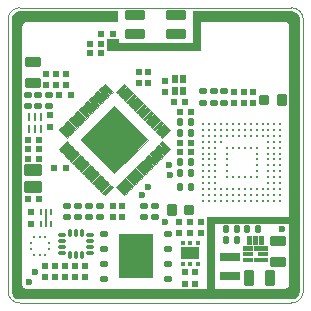
<source format=gts>
%TF.GenerationSoftware,KiCad,Pcbnew,9.0.1*%
%TF.CreationDate,2025-12-15T20:55:04-06:00*%
%TF.ProjectId,ProtoCore_v1,50726f74-6f43-46f7-9265-5f76312e6b69,rev?*%
%TF.SameCoordinates,Original*%
%TF.FileFunction,Soldermask,Top*%
%TF.FilePolarity,Negative*%
%FSLAX46Y46*%
G04 Gerber Fmt 4.6, Leading zero omitted, Abs format (unit mm)*
G04 Created by KiCad (PCBNEW 9.0.1) date 2025-12-15 20:55:04*
%MOMM*%
%LPD*%
G01*
G04 APERTURE LIST*
G04 Aperture macros list*
%AMRoundRect*
0 Rectangle with rounded corners*
0 $1 Rounding radius*
0 $2 $3 $4 $5 $6 $7 $8 $9 X,Y pos of 4 corners*
0 Add a 4 corners polygon primitive as box body*
4,1,4,$2,$3,$4,$5,$6,$7,$8,$9,$2,$3,0*
0 Add four circle primitives for the rounded corners*
1,1,$1+$1,$2,$3*
1,1,$1+$1,$4,$5*
1,1,$1+$1,$6,$7*
1,1,$1+$1,$8,$9*
0 Add four rect primitives between the rounded corners*
20,1,$1+$1,$2,$3,$4,$5,0*
20,1,$1+$1,$4,$5,$6,$7,0*
20,1,$1+$1,$6,$7,$8,$9,0*
20,1,$1+$1,$8,$9,$2,$3,0*%
G04 Aperture macros list end*
%ADD10C,0.000000*%
%ADD11C,0.010000*%
%ADD12C,0.100000*%
%ADD13R,0.580000X0.730000*%
%ADD14RoundRect,0.082500X-0.192500X0.197500X-0.192500X-0.197500X0.192500X-0.197500X0.192500X0.197500X0*%
%ADD15R,0.246234X0.804110*%
%ADD16R,0.246236X0.804111*%
%ADD17R,0.242472X0.804111*%
%ADD18R,0.246232X0.804111*%
%ADD19RoundRect,0.076500X0.243500X-0.178500X0.243500X0.178500X-0.243500X0.178500X-0.243500X-0.178500X0*%
%ADD20RoundRect,0.082500X0.197500X0.192500X-0.197500X0.192500X-0.197500X-0.192500X0.197500X-0.192500X0*%
%ADD21RoundRect,0.082500X0.192500X-0.197500X0.192500X0.197500X-0.192500X0.197500X-0.192500X-0.197500X0*%
%ADD22RoundRect,0.076500X-0.243500X0.178500X-0.243500X-0.178500X0.243500X-0.178500X0.243500X0.178500X0*%
%ADD23RoundRect,0.082500X-0.197500X-0.192500X0.197500X-0.192500X0.197500X0.192500X-0.197500X0.192500X0*%
%ADD24RoundRect,0.076500X0.178500X0.243500X-0.178500X0.243500X-0.178500X-0.243500X0.178500X-0.243500X0*%
%ADD25C,0.600000*%
%ADD26RoundRect,0.102000X-0.650000X0.375000X-0.650000X-0.375000X0.650000X-0.375000X0.650000X0.375000X0*%
%ADD27R,1.800000X0.800000*%
%ADD28C,0.290000*%
%ADD29RoundRect,0.125000X-0.250000X-0.125000X0.250000X-0.125000X0.250000X0.125000X-0.250000X0.125000X0*%
%ADD30R,3.000000X3.750000*%
%ADD31RoundRect,0.123750X-0.288750X-0.338750X0.288750X-0.338750X0.288750X0.338750X-0.288750X0.338750X0*%
%ADD32RoundRect,0.123750X-0.288750X-0.351250X0.288750X-0.351250X0.288750X0.351250X-0.288750X0.351250X0*%
%ADD33RoundRect,0.123750X0.288750X0.338750X-0.288750X0.338750X-0.288750X-0.338750X0.288750X-0.338750X0*%
%ADD34RoundRect,0.123750X0.288750X0.351250X-0.288750X0.351250X-0.288750X-0.351250X0.288750X-0.351250X0*%
%ADD35RoundRect,0.076500X-0.178500X-0.243500X0.178500X-0.243500X0.178500X0.243500X-0.178500X0.243500X0*%
%ADD36RoundRect,0.135000X0.540000X-0.315000X0.540000X0.315000X-0.540000X0.315000X-0.540000X-0.315000X0*%
%ADD37RoundRect,0.087500X-0.225000X-0.087500X0.225000X-0.087500X0.225000X0.087500X-0.225000X0.087500X0*%
%ADD38RoundRect,0.087500X-0.087500X-0.225000X0.087500X-0.225000X0.087500X0.225000X-0.087500X0.225000X0*%
%ADD39RoundRect,0.055000X-0.240000X-0.220000X0.240000X-0.220000X0.240000X0.220000X-0.240000X0.220000X0*%
%ADD40R,0.200000X0.600000*%
%ADD41R,0.200000X1.600000*%
%ADD42RoundRect,0.056250X0.143750X-0.131250X0.143750X0.131250X-0.143750X0.131250X-0.143750X-0.131250X0*%
%ADD43R,1.600000X1.000000*%
%ADD44R,0.275000X0.250000*%
%ADD45R,0.250000X0.275000*%
%ADD46RoundRect,0.135000X-0.540000X0.315000X-0.540000X-0.315000X0.540000X-0.315000X0.540000X0.315000X0*%
%ADD47RoundRect,0.135000X-0.315000X-0.540000X0.315000X-0.540000X0.315000X0.540000X-0.315000X0.540000X0*%
%ADD48RoundRect,0.102000X0.750000X0.300000X-0.750000X0.300000X-0.750000X-0.300000X0.750000X-0.300000X0*%
%TA.AperFunction,Profile*%
%ADD49C,0.100000*%
%TD*%
G04 APERTURE END LIST*
D10*
G36*
X146850000Y-88725000D02*
G01*
X142797500Y-88725000D01*
X139025000Y-88725000D01*
X138990000Y-88730000D01*
X138930000Y-88750000D01*
X138825000Y-88825000D01*
X138750000Y-88930000D01*
X138730000Y-88990000D01*
X138725000Y-89025000D01*
X138725000Y-110975000D01*
X138737642Y-111034148D01*
X138782912Y-111143440D01*
X138866560Y-111227088D01*
X138975852Y-111272358D01*
X139035000Y-111275000D01*
X160985000Y-111275000D01*
X161044148Y-111272358D01*
X161153440Y-111227088D01*
X161237088Y-111143440D01*
X161282358Y-111034148D01*
X161285000Y-110975000D01*
X161285000Y-89025000D01*
X161280000Y-88990000D01*
X161260000Y-88930000D01*
X161185000Y-88825000D01*
X161080000Y-88750000D01*
X161020000Y-88730000D01*
X160985000Y-88725000D01*
X153160000Y-88725000D01*
X153160000Y-87800000D01*
X161560000Y-87800000D01*
X161740000Y-87840000D01*
X161910000Y-87930000D01*
X162050000Y-88060000D01*
X162130000Y-88190000D01*
X162180000Y-88320000D01*
X162200000Y-88440000D01*
X162200000Y-111560000D01*
X162170000Y-111710000D01*
X162120000Y-111830000D01*
X162040000Y-111950000D01*
X161940000Y-112040000D01*
X161830000Y-112120000D01*
X161700000Y-112170000D01*
X161520000Y-112200000D01*
X138440000Y-112200000D01*
X138300000Y-112170000D01*
X138190000Y-112130000D01*
X138100000Y-112070000D01*
X138030000Y-112020000D01*
X137940000Y-111920000D01*
X137890000Y-111850000D01*
X137820000Y-111670000D01*
X137800000Y-111550000D01*
X137800000Y-88430000D01*
X137840000Y-88260000D01*
X137920000Y-88110000D01*
X138000000Y-88010000D01*
X138140000Y-87900000D01*
X138290000Y-87830000D01*
X138440000Y-87800000D01*
X146850000Y-87800000D01*
X146850000Y-88725000D01*
G37*
D11*
X153775000Y-91050000D02*
X146075000Y-91050000D01*
X146075000Y-90500000D01*
X153150000Y-90500000D01*
X153150000Y-88350000D01*
X153775000Y-88350000D01*
X153775000Y-91050000D01*
G36*
X153775000Y-91050000D02*
G01*
X146075000Y-91050000D01*
X146075000Y-90500000D01*
X153150000Y-90500000D01*
X153150000Y-88350000D01*
X153775000Y-88350000D01*
X153775000Y-91050000D01*
G37*
X146850000Y-91050000D02*
X145875000Y-91050000D01*
X145875000Y-90175000D01*
X146850000Y-90175000D01*
X146850000Y-91050000D01*
G36*
X146850000Y-91050000D02*
G01*
X145875000Y-91050000D01*
X145875000Y-90175000D01*
X146850000Y-90175000D01*
X146850000Y-91050000D01*
G37*
D12*
X161450000Y-105750000D02*
X154900000Y-105750347D01*
X154900000Y-111300000D01*
X154377476Y-111300000D01*
X154377476Y-105250000D01*
X161450000Y-105250000D01*
X161450000Y-105750000D01*
G36*
X161450000Y-105750000D02*
G01*
X154900000Y-105750347D01*
X154900000Y-111300000D01*
X154377476Y-111300000D01*
X154377476Y-105250000D01*
X161450000Y-105250000D01*
X161450000Y-105750000D01*
G37*
D11*
%TO.C,U1*%
X142685699Y-98294203D02*
X142459425Y-98520477D01*
X141794744Y-97855797D01*
X142021018Y-97629523D01*
X142685699Y-98294203D01*
G36*
X142685699Y-98294203D02*
G01*
X142459425Y-98520477D01*
X141794744Y-97855797D01*
X142021018Y-97629523D01*
X142685699Y-98294203D01*
G37*
X142968542Y-98011360D02*
X142742267Y-98237634D01*
X142077587Y-97572954D01*
X142303861Y-97346680D01*
X142968542Y-98011360D01*
G36*
X142968542Y-98011360D02*
G01*
X142742267Y-98237634D01*
X142077587Y-97572954D01*
X142303861Y-97346680D01*
X142968542Y-98011360D01*
G37*
X142685699Y-99036665D02*
X142021018Y-99701345D01*
X141794744Y-99475071D01*
X142459425Y-98810391D01*
X142685699Y-99036665D01*
G36*
X142685699Y-99036665D02*
G01*
X142021018Y-99701345D01*
X141794744Y-99475071D01*
X142459425Y-98810391D01*
X142685699Y-99036665D01*
G37*
X143251384Y-97728518D02*
X143025110Y-97954792D01*
X142360430Y-97290111D01*
X142586704Y-97063837D01*
X143251384Y-97728518D01*
G36*
X143251384Y-97728518D02*
G01*
X143025110Y-97954792D01*
X142360430Y-97290111D01*
X142586704Y-97063837D01*
X143251384Y-97728518D01*
G37*
X142968542Y-99319508D02*
X142303861Y-99984188D01*
X142077587Y-99757914D01*
X142742267Y-99093234D01*
X142968542Y-99319508D01*
G36*
X142968542Y-99319508D02*
G01*
X142303861Y-99984188D01*
X142077587Y-99757914D01*
X142742267Y-99093234D01*
X142968542Y-99319508D01*
G37*
X143534227Y-97445675D02*
X143307953Y-97671949D01*
X142643272Y-97007269D01*
X142869547Y-96780994D01*
X143534227Y-97445675D01*
G36*
X143534227Y-97445675D02*
G01*
X143307953Y-97671949D01*
X142643272Y-97007269D01*
X142869547Y-96780994D01*
X143534227Y-97445675D01*
G37*
X143251384Y-99602350D02*
X142586704Y-100267031D01*
X142360430Y-100040757D01*
X143025110Y-99376076D01*
X143251384Y-99602350D01*
G36*
X143251384Y-99602350D02*
G01*
X142586704Y-100267031D01*
X142360430Y-100040757D01*
X143025110Y-99376076D01*
X143251384Y-99602350D01*
G37*
X143817070Y-97162832D02*
X143590796Y-97389106D01*
X142926115Y-96724426D01*
X143152389Y-96498152D01*
X143817070Y-97162832D01*
G36*
X143817070Y-97162832D02*
G01*
X143590796Y-97389106D01*
X142926115Y-96724426D01*
X143152389Y-96498152D01*
X143817070Y-97162832D01*
G37*
X143534227Y-99885193D02*
X142869547Y-100549874D01*
X142643272Y-100323599D01*
X143307953Y-99658919D01*
X143534227Y-99885193D01*
G36*
X143534227Y-99885193D02*
G01*
X142869547Y-100549874D01*
X142643272Y-100323599D01*
X143307953Y-99658919D01*
X143534227Y-99885193D01*
G37*
X144099912Y-96879989D02*
X143873638Y-97106264D01*
X143208958Y-96441583D01*
X143435232Y-96215309D01*
X144099912Y-96879989D01*
G36*
X144099912Y-96879989D02*
G01*
X143873638Y-97106264D01*
X143208958Y-96441583D01*
X143435232Y-96215309D01*
X144099912Y-96879989D01*
G37*
X143817070Y-100168036D02*
X143152389Y-100832716D01*
X142926115Y-100606442D01*
X143590796Y-99941762D01*
X143817070Y-100168036D01*
G36*
X143817070Y-100168036D02*
G01*
X143152389Y-100832716D01*
X142926115Y-100606442D01*
X143590796Y-99941762D01*
X143817070Y-100168036D01*
G37*
X144382755Y-96597147D02*
X144156481Y-96823421D01*
X143491801Y-96158740D01*
X143718075Y-95932466D01*
X144382755Y-96597147D01*
G36*
X144382755Y-96597147D02*
G01*
X144156481Y-96823421D01*
X143491801Y-96158740D01*
X143718075Y-95932466D01*
X144382755Y-96597147D01*
G37*
X144099912Y-100450879D02*
X143435232Y-101115559D01*
X143208958Y-100889285D01*
X143873638Y-100224604D01*
X144099912Y-100450879D01*
G36*
X144099912Y-100450879D02*
G01*
X143435232Y-101115559D01*
X143208958Y-100889285D01*
X143873638Y-100224604D01*
X144099912Y-100450879D01*
G37*
X144665598Y-96314304D02*
X144439324Y-96540578D01*
X143774643Y-95875898D01*
X144000917Y-95649624D01*
X144665598Y-96314304D01*
G36*
X144665598Y-96314304D02*
G01*
X144439324Y-96540578D01*
X143774643Y-95875898D01*
X144000917Y-95649624D01*
X144665598Y-96314304D01*
G37*
X144382755Y-100733721D02*
X143718075Y-101398402D01*
X143491801Y-101172128D01*
X144156481Y-100507447D01*
X144382755Y-100733721D01*
G36*
X144382755Y-100733721D02*
G01*
X143718075Y-101398402D01*
X143491801Y-101172128D01*
X144156481Y-100507447D01*
X144382755Y-100733721D01*
G37*
X144948441Y-96031461D02*
X144722166Y-96257735D01*
X144057486Y-95593055D01*
X144283760Y-95366781D01*
X144948441Y-96031461D01*
G36*
X144948441Y-96031461D02*
G01*
X144722166Y-96257735D01*
X144057486Y-95593055D01*
X144283760Y-95366781D01*
X144948441Y-96031461D01*
G37*
X144665598Y-101016564D02*
X144000917Y-101681244D01*
X143774643Y-101454970D01*
X144439324Y-100790290D01*
X144665598Y-101016564D01*
G36*
X144665598Y-101016564D02*
G01*
X144000917Y-101681244D01*
X143774643Y-101454970D01*
X144439324Y-100790290D01*
X144665598Y-101016564D01*
G37*
X145231283Y-95748619D02*
X145005009Y-95974893D01*
X144340329Y-95310212D01*
X144566603Y-95083938D01*
X145231283Y-95748619D01*
G36*
X145231283Y-95748619D02*
G01*
X145005009Y-95974893D01*
X144340329Y-95310212D01*
X144566603Y-95083938D01*
X145231283Y-95748619D01*
G37*
X144948441Y-101299407D02*
X144283760Y-101964087D01*
X144057486Y-101737813D01*
X144722166Y-101073133D01*
X144948441Y-101299407D01*
G36*
X144948441Y-101299407D02*
G01*
X144283760Y-101964087D01*
X144057486Y-101737813D01*
X144722166Y-101073133D01*
X144948441Y-101299407D01*
G37*
X145514126Y-95465776D02*
X145287852Y-95692050D01*
X144623171Y-95027370D01*
X144849446Y-94801095D01*
X145514126Y-95465776D01*
G36*
X145514126Y-95465776D02*
G01*
X145287852Y-95692050D01*
X144623171Y-95027370D01*
X144849446Y-94801095D01*
X145514126Y-95465776D01*
G37*
X145231283Y-101582249D02*
X144566603Y-102246930D01*
X144340329Y-102020656D01*
X145005009Y-101355975D01*
X145231283Y-101582249D01*
G36*
X145231283Y-101582249D02*
G01*
X144566603Y-102246930D01*
X144340329Y-102020656D01*
X145005009Y-101355975D01*
X145231283Y-101582249D01*
G37*
X145796969Y-95182933D02*
X145570695Y-95409207D01*
X144906014Y-94744527D01*
X145132288Y-94518253D01*
X145796969Y-95182933D01*
G36*
X145796969Y-95182933D02*
G01*
X145570695Y-95409207D01*
X144906014Y-94744527D01*
X145132288Y-94518253D01*
X145796969Y-95182933D01*
G37*
X145514126Y-101865092D02*
X144849446Y-102529773D01*
X144623171Y-102303498D01*
X145287852Y-101638818D01*
X145514126Y-101865092D01*
G36*
X145514126Y-101865092D02*
G01*
X144849446Y-102529773D01*
X144623171Y-102303498D01*
X145287852Y-101638818D01*
X145514126Y-101865092D01*
G37*
X146079811Y-94900090D02*
X145853537Y-95126365D01*
X145188857Y-94461684D01*
X145415131Y-94235410D01*
X146079811Y-94900090D01*
G36*
X146079811Y-94900090D02*
G01*
X145853537Y-95126365D01*
X145188857Y-94461684D01*
X145415131Y-94235410D01*
X146079811Y-94900090D01*
G37*
X145796969Y-102147935D02*
X145132288Y-102812615D01*
X144906014Y-102586341D01*
X145570695Y-101921661D01*
X145796969Y-102147935D01*
G36*
X145796969Y-102147935D02*
G01*
X145132288Y-102812615D01*
X144906014Y-102586341D01*
X145570695Y-101921661D01*
X145796969Y-102147935D01*
G37*
X146362654Y-94617248D02*
X146136380Y-94843522D01*
X145471700Y-94178841D01*
X145697974Y-93952567D01*
X146362654Y-94617248D01*
G36*
X146362654Y-94617248D02*
G01*
X146136380Y-94843522D01*
X145471700Y-94178841D01*
X145697974Y-93952567D01*
X146362654Y-94617248D01*
G37*
X146079811Y-102430778D02*
X145415131Y-103095458D01*
X145188857Y-102869184D01*
X145853537Y-102204503D01*
X146079811Y-102430778D01*
G36*
X146079811Y-102430778D02*
G01*
X145415131Y-103095458D01*
X145188857Y-102869184D01*
X145853537Y-102204503D01*
X146079811Y-102430778D01*
G37*
X146362654Y-102713620D02*
X145697974Y-103378301D01*
X145471700Y-103152027D01*
X146136380Y-102487346D01*
X146362654Y-102713620D01*
G36*
X146362654Y-102713620D02*
G01*
X145697974Y-103378301D01*
X145471700Y-103152027D01*
X146136380Y-102487346D01*
X146362654Y-102713620D01*
G37*
X149336038Y-98665434D02*
X146507611Y-101493861D01*
X143679184Y-98665434D01*
X146507611Y-95837007D01*
X149336038Y-98665434D01*
G36*
X149336038Y-98665434D02*
G01*
X146507611Y-101493861D01*
X143679184Y-98665434D01*
X146507611Y-95837007D01*
X149336038Y-98665434D01*
G37*
X147543522Y-103152027D02*
X147317248Y-103378301D01*
X146652568Y-102713620D01*
X146878842Y-102487346D01*
X147543522Y-103152027D01*
G36*
X147543522Y-103152027D02*
G01*
X147317248Y-103378301D01*
X146652568Y-102713620D01*
X146878842Y-102487346D01*
X147543522Y-103152027D01*
G37*
X147826365Y-102869184D02*
X147600091Y-103095458D01*
X146935411Y-102430778D01*
X147161685Y-102204503D01*
X147826365Y-102869184D01*
G36*
X147826365Y-102869184D02*
G01*
X147600091Y-103095458D01*
X146935411Y-102430778D01*
X147161685Y-102204503D01*
X147826365Y-102869184D01*
G37*
X147543522Y-94178841D02*
X146878842Y-94843522D01*
X146652568Y-94617248D01*
X147317248Y-93952567D01*
X147543522Y-94178841D01*
G36*
X147543522Y-94178841D02*
G01*
X146878842Y-94843522D01*
X146652568Y-94617248D01*
X147317248Y-93952567D01*
X147543522Y-94178841D01*
G37*
X148109208Y-102586341D02*
X147882934Y-102812615D01*
X147218253Y-102147935D01*
X147444527Y-101921661D01*
X148109208Y-102586341D01*
G36*
X148109208Y-102586341D02*
G01*
X147882934Y-102812615D01*
X147218253Y-102147935D01*
X147444527Y-101921661D01*
X148109208Y-102586341D01*
G37*
X147826365Y-94461684D02*
X147161685Y-95126365D01*
X146935411Y-94900090D01*
X147600091Y-94235410D01*
X147826365Y-94461684D01*
G36*
X147826365Y-94461684D02*
G01*
X147161685Y-95126365D01*
X146935411Y-94900090D01*
X147600091Y-94235410D01*
X147826365Y-94461684D01*
G37*
X148392051Y-102303498D02*
X148165776Y-102529773D01*
X147501096Y-101865092D01*
X147727370Y-101638818D01*
X148392051Y-102303498D01*
G36*
X148392051Y-102303498D02*
G01*
X148165776Y-102529773D01*
X147501096Y-101865092D01*
X147727370Y-101638818D01*
X148392051Y-102303498D01*
G37*
X148109208Y-94744527D02*
X147444527Y-95409207D01*
X147218253Y-95182933D01*
X147882934Y-94518253D01*
X148109208Y-94744527D01*
G36*
X148109208Y-94744527D02*
G01*
X147444527Y-95409207D01*
X147218253Y-95182933D01*
X147882934Y-94518253D01*
X148109208Y-94744527D01*
G37*
X148674893Y-102020656D02*
X148448619Y-102246930D01*
X147783939Y-101582249D01*
X148010213Y-101355975D01*
X148674893Y-102020656D01*
G36*
X148674893Y-102020656D02*
G01*
X148448619Y-102246930D01*
X147783939Y-101582249D01*
X148010213Y-101355975D01*
X148674893Y-102020656D01*
G37*
X148392051Y-95027370D02*
X147727370Y-95692050D01*
X147501096Y-95465776D01*
X148165776Y-94801095D01*
X148392051Y-95027370D01*
G36*
X148392051Y-95027370D02*
G01*
X147727370Y-95692050D01*
X147501096Y-95465776D01*
X148165776Y-94801095D01*
X148392051Y-95027370D01*
G37*
X148957736Y-101737813D02*
X148731462Y-101964087D01*
X148066781Y-101299407D01*
X148293056Y-101073133D01*
X148957736Y-101737813D01*
G36*
X148957736Y-101737813D02*
G01*
X148731462Y-101964087D01*
X148066781Y-101299407D01*
X148293056Y-101073133D01*
X148957736Y-101737813D01*
G37*
X148674893Y-95310212D02*
X148010213Y-95974893D01*
X147783939Y-95748619D01*
X148448619Y-95083938D01*
X148674893Y-95310212D01*
G36*
X148674893Y-95310212D02*
G01*
X148010213Y-95974893D01*
X147783939Y-95748619D01*
X148448619Y-95083938D01*
X148674893Y-95310212D01*
G37*
X149240579Y-101454970D02*
X149014305Y-101681244D01*
X148349624Y-101016564D01*
X148575898Y-100790290D01*
X149240579Y-101454970D01*
G36*
X149240579Y-101454970D02*
G01*
X149014305Y-101681244D01*
X148349624Y-101016564D01*
X148575898Y-100790290D01*
X149240579Y-101454970D01*
G37*
X148957736Y-95593055D02*
X148293056Y-96257735D01*
X148066781Y-96031461D01*
X148731462Y-95366781D01*
X148957736Y-95593055D01*
G36*
X148957736Y-95593055D02*
G01*
X148293056Y-96257735D01*
X148066781Y-96031461D01*
X148731462Y-95366781D01*
X148957736Y-95593055D01*
G37*
X149523421Y-101172128D02*
X149297147Y-101398402D01*
X148632467Y-100733721D01*
X148858741Y-100507447D01*
X149523421Y-101172128D01*
G36*
X149523421Y-101172128D02*
G01*
X149297147Y-101398402D01*
X148632467Y-100733721D01*
X148858741Y-100507447D01*
X149523421Y-101172128D01*
G37*
X149240579Y-95875898D02*
X148575898Y-96540578D01*
X148349624Y-96314304D01*
X149014305Y-95649624D01*
X149240579Y-95875898D01*
G36*
X149240579Y-95875898D02*
G01*
X148575898Y-96540578D01*
X148349624Y-96314304D01*
X149014305Y-95649624D01*
X149240579Y-95875898D01*
G37*
X149806264Y-100889285D02*
X149579990Y-101115559D01*
X148915310Y-100450879D01*
X149141584Y-100224604D01*
X149806264Y-100889285D01*
G36*
X149806264Y-100889285D02*
G01*
X149579990Y-101115559D01*
X148915310Y-100450879D01*
X149141584Y-100224604D01*
X149806264Y-100889285D01*
G37*
X149523421Y-96158740D02*
X148858741Y-96823421D01*
X148632467Y-96597147D01*
X149297147Y-95932466D01*
X149523421Y-96158740D01*
G36*
X149523421Y-96158740D02*
G01*
X148858741Y-96823421D01*
X148632467Y-96597147D01*
X149297147Y-95932466D01*
X149523421Y-96158740D01*
G37*
X150089107Y-100606442D02*
X149862833Y-100832716D01*
X149198152Y-100168036D01*
X149424426Y-99941762D01*
X150089107Y-100606442D01*
G36*
X150089107Y-100606442D02*
G01*
X149862833Y-100832716D01*
X149198152Y-100168036D01*
X149424426Y-99941762D01*
X150089107Y-100606442D01*
G37*
X149806264Y-96441583D02*
X149141584Y-97106264D01*
X148915310Y-96879989D01*
X149579990Y-96215309D01*
X149806264Y-96441583D01*
G36*
X149806264Y-96441583D02*
G01*
X149141584Y-97106264D01*
X148915310Y-96879989D01*
X149579990Y-96215309D01*
X149806264Y-96441583D01*
G37*
X150371950Y-100323599D02*
X150145675Y-100549874D01*
X149480995Y-99885193D01*
X149707269Y-99658919D01*
X150371950Y-100323599D01*
G36*
X150371950Y-100323599D02*
G01*
X150145675Y-100549874D01*
X149480995Y-99885193D01*
X149707269Y-99658919D01*
X150371950Y-100323599D01*
G37*
X150089107Y-96724426D02*
X149424426Y-97389106D01*
X149198152Y-97162832D01*
X149862833Y-96498152D01*
X150089107Y-96724426D01*
G36*
X150089107Y-96724426D02*
G01*
X149424426Y-97389106D01*
X149198152Y-97162832D01*
X149862833Y-96498152D01*
X150089107Y-96724426D01*
G37*
X150654792Y-100040757D02*
X150428518Y-100267031D01*
X149763838Y-99602350D01*
X149990112Y-99376076D01*
X150654792Y-100040757D01*
G36*
X150654792Y-100040757D02*
G01*
X150428518Y-100267031D01*
X149763838Y-99602350D01*
X149990112Y-99376076D01*
X150654792Y-100040757D01*
G37*
X150371950Y-97007269D02*
X149707269Y-97671949D01*
X149480995Y-97445675D01*
X150145675Y-96780994D01*
X150371950Y-97007269D01*
G36*
X150371950Y-97007269D02*
G01*
X149707269Y-97671949D01*
X149480995Y-97445675D01*
X150145675Y-96780994D01*
X150371950Y-97007269D01*
G37*
X150937635Y-99757914D02*
X150711361Y-99984188D01*
X150046680Y-99319508D01*
X150272955Y-99093234D01*
X150937635Y-99757914D01*
G36*
X150937635Y-99757914D02*
G01*
X150711361Y-99984188D01*
X150046680Y-99319508D01*
X150272955Y-99093234D01*
X150937635Y-99757914D01*
G37*
X150654792Y-97290111D02*
X149990112Y-97954792D01*
X149763838Y-97728518D01*
X150428518Y-97063837D01*
X150654792Y-97290111D01*
G36*
X150654792Y-97290111D02*
G01*
X149990112Y-97954792D01*
X149763838Y-97728518D01*
X150428518Y-97063837D01*
X150654792Y-97290111D01*
G37*
X151220478Y-99475071D02*
X150994204Y-99701345D01*
X150329523Y-99036665D01*
X150555797Y-98810391D01*
X151220478Y-99475071D01*
G36*
X151220478Y-99475071D02*
G01*
X150994204Y-99701345D01*
X150329523Y-99036665D01*
X150555797Y-98810391D01*
X151220478Y-99475071D01*
G37*
X150937635Y-97572954D02*
X150272955Y-98237634D01*
X150046680Y-98011360D01*
X150711361Y-97346680D01*
X150937635Y-97572954D01*
G36*
X150937635Y-97572954D02*
G01*
X150272955Y-98237634D01*
X150046680Y-98011360D01*
X150711361Y-97346680D01*
X150937635Y-97572954D01*
G37*
X151220478Y-97855797D02*
X150555797Y-98520477D01*
X150329523Y-98294203D01*
X150994204Y-97629523D01*
X151220478Y-97855797D01*
G36*
X151220478Y-97855797D02*
G01*
X150555797Y-98520477D01*
X150329523Y-98294203D01*
X150994204Y-97629523D01*
X151220478Y-97855797D01*
G37*
%TO.C,U2*%
X158175000Y-107975000D02*
X157425000Y-107975000D01*
X157425000Y-107675000D01*
X158175000Y-107675000D01*
X158175000Y-107975000D01*
G36*
X158175000Y-107975000D02*
G01*
X157425000Y-107975000D01*
X157425000Y-107675000D01*
X158175000Y-107675000D01*
X158175000Y-107975000D01*
G37*
X158175000Y-108475000D02*
X157425000Y-108475000D01*
X157425000Y-108175000D01*
X158175000Y-108175000D01*
X158175000Y-108475000D01*
G36*
X158175000Y-108475000D02*
G01*
X157425000Y-108475000D01*
X157425000Y-108175000D01*
X158175000Y-108175000D01*
X158175000Y-108475000D01*
G37*
X158175000Y-108975000D02*
X157425000Y-108975000D01*
X157425000Y-108675000D01*
X158175000Y-108675000D01*
X158175000Y-108975000D01*
G36*
X158175000Y-108975000D02*
G01*
X157425000Y-108975000D01*
X157425000Y-108675000D01*
X158175000Y-108675000D01*
X158175000Y-108975000D01*
G37*
X158100000Y-107475000D02*
X157750000Y-107475000D01*
X157750000Y-106825000D01*
X158100000Y-106825000D01*
X158100000Y-107475000D01*
G36*
X158100000Y-107475000D02*
G01*
X157750000Y-107475000D01*
X157750000Y-106825000D01*
X158100000Y-106825000D01*
X158100000Y-107475000D01*
G37*
X158600000Y-107475000D02*
X158250000Y-107475000D01*
X158250000Y-106825000D01*
X158600000Y-106825000D01*
X158600000Y-107475000D01*
G36*
X158600000Y-107475000D02*
G01*
X158250000Y-107475000D01*
X158250000Y-106825000D01*
X158600000Y-106825000D01*
X158600000Y-107475000D01*
G37*
X159425000Y-107975000D02*
X158325000Y-107975000D01*
X158325000Y-107675000D01*
X159425000Y-107675000D01*
X159425000Y-107975000D01*
G36*
X159425000Y-107975000D02*
G01*
X158325000Y-107975000D01*
X158325000Y-107675000D01*
X159425000Y-107675000D01*
X159425000Y-107975000D01*
G37*
X159425000Y-108975000D02*
X158325000Y-108975000D01*
X158325000Y-108675000D01*
X159425000Y-108675000D01*
X159425000Y-108975000D01*
G36*
X159425000Y-108975000D02*
G01*
X158325000Y-108975000D01*
X158325000Y-108675000D01*
X159425000Y-108675000D01*
X159425000Y-108975000D01*
G37*
X159425000Y-108475000D02*
X158675000Y-108475000D01*
X158675000Y-108175000D01*
X159425000Y-108175000D01*
X159425000Y-108475000D01*
G36*
X159425000Y-108475000D02*
G01*
X158675000Y-108475000D01*
X158675000Y-108175000D01*
X159425000Y-108175000D01*
X159425000Y-108475000D01*
G37*
X159100000Y-107475000D02*
X158750000Y-107475000D01*
X158750000Y-106825000D01*
X159100000Y-106825000D01*
X159100000Y-107475000D01*
G36*
X159100000Y-107475000D02*
G01*
X158750000Y-107475000D01*
X158750000Y-106825000D01*
X159100000Y-106825000D01*
X159100000Y-107475000D01*
G37*
%TD*%
D13*
%TO.C,Y2*%
X151650000Y-93512500D03*
X151650000Y-94512500D03*
X152350000Y-94512500D03*
X152350000Y-93512500D03*
%TD*%
D14*
%TO.C,C37*%
X143175000Y-109327500D03*
X143175000Y-110287500D03*
%TD*%
D15*
%TO.C,U4*%
X139261883Y-97775444D03*
D16*
X139761882Y-97775444D03*
D17*
X140259999Y-97775444D03*
D16*
X140261881Y-96729556D03*
X139761882Y-96729556D03*
D18*
X139261884Y-96729556D03*
%TD*%
D19*
%TO.C,R4*%
X143400000Y-105240000D03*
X143400000Y-104250000D03*
%TD*%
D20*
%TO.C,C31*%
X153025000Y-98950000D03*
X152065000Y-98950000D03*
%TD*%
D14*
%TO.C,C3*%
X150790000Y-93712500D03*
X150790000Y-94672500D03*
%TD*%
D21*
%TO.C,C26*%
X151975000Y-106575000D03*
X151975000Y-105615000D03*
%TD*%
D22*
%TO.C,R7*%
X154000000Y-94580000D03*
X154000000Y-95570000D03*
%TD*%
D14*
%TO.C,C40*%
X141469098Y-109327500D03*
X141469098Y-110287500D03*
%TD*%
D23*
%TO.C,C9*%
X152040000Y-96350000D03*
X153000000Y-96350000D03*
%TD*%
D14*
%TO.C,C25*%
X139425000Y-104825000D03*
X139425000Y-105785000D03*
%TD*%
D24*
%TO.C,R22*%
X153015000Y-98100000D03*
X152025000Y-98100000D03*
%TD*%
D19*
%TO.C,R3*%
X142475000Y-105240000D03*
X142475000Y-104250000D03*
%TD*%
D22*
%TO.C,R15*%
X139180000Y-94860000D03*
X139180000Y-95850000D03*
%TD*%
D14*
%TO.C,C11*%
X147175000Y-104265000D03*
X147175000Y-105225000D03*
%TD*%
D25*
%TO.C,TP9*%
X149375000Y-102700000D03*
%TD*%
D26*
%TO.C,Y1*%
X139625000Y-101250002D03*
X139625000Y-102700000D03*
%TD*%
D24*
%TO.C,R13*%
X156915000Y-107175000D03*
X155925000Y-107175000D03*
%TD*%
D21*
%TO.C,C5*%
X141575000Y-94075000D03*
X141575000Y-93115000D03*
%TD*%
%TO.C,C29*%
X156650000Y-95575000D03*
X156650000Y-94615000D03*
%TD*%
D27*
%TO.C,L3*%
X156275000Y-108625001D03*
X156275000Y-110224999D03*
%TD*%
D23*
%TO.C,C13*%
X139165000Y-103675000D03*
X140125000Y-103675000D03*
%TD*%
D19*
%TO.C,R11*%
X149975000Y-105240000D03*
X149975000Y-104250000D03*
%TD*%
D21*
%TO.C,C8*%
X142400000Y-94075000D03*
X142400000Y-93115000D03*
%TD*%
D28*
%TO.C,U7*%
X154050000Y-97350000D03*
X154550000Y-97350000D03*
X155050000Y-97350000D03*
X155550000Y-97350000D03*
X156050000Y-97350000D03*
X156550000Y-97350000D03*
X157050000Y-97350000D03*
X158050000Y-97350000D03*
X158550000Y-97350000D03*
X159050000Y-97350000D03*
X159550000Y-97350000D03*
X160050000Y-97350000D03*
X160550000Y-97350000D03*
X154050000Y-97850000D03*
X154550000Y-97850000D03*
X155050000Y-97850000D03*
X155550000Y-97850000D03*
X156050000Y-97850000D03*
X156550000Y-97850000D03*
X157550000Y-97850000D03*
X158050000Y-97850000D03*
X158550000Y-97850000D03*
X159050000Y-97850000D03*
X159550000Y-97850000D03*
X160050000Y-97850000D03*
X160550000Y-97850000D03*
X154050000Y-98350000D03*
X154550000Y-98350000D03*
X155050000Y-98350000D03*
X155550000Y-98350000D03*
X156050000Y-98350000D03*
X156550000Y-98350000D03*
X157050000Y-97850000D03*
X157550000Y-97350000D03*
X157050000Y-98350000D03*
X157550000Y-98350000D03*
X158050000Y-98350000D03*
X158550000Y-98350000D03*
X159050000Y-98350000D03*
X159550000Y-98350000D03*
X160050000Y-98350000D03*
X160550000Y-98350000D03*
X154050000Y-98850000D03*
X154550000Y-98850000D03*
X155050000Y-98850000D03*
X155550000Y-98850000D03*
X159550000Y-98850000D03*
X160050000Y-98850000D03*
X160550000Y-98850000D03*
X154050000Y-99350000D03*
X154550000Y-99350000D03*
X155050000Y-99350000D03*
X156050000Y-99350000D03*
X156550000Y-99350000D03*
X157050000Y-99350000D03*
X157550000Y-99350000D03*
X158050000Y-99350000D03*
X158550000Y-99350000D03*
X159550000Y-99350000D03*
X160050000Y-99350000D03*
X160550000Y-99350000D03*
X154050000Y-99850000D03*
X154550000Y-99850000D03*
X155050000Y-99850000D03*
X156050000Y-99850000D03*
X158550000Y-99850000D03*
X159550000Y-99850000D03*
X160050000Y-99850000D03*
X160550000Y-99850000D03*
X154050000Y-100350000D03*
X154550000Y-100350000D03*
X155050000Y-100350000D03*
X156050000Y-100350000D03*
X158550000Y-100350000D03*
X159550000Y-100350000D03*
X160050000Y-100350000D03*
X160550000Y-100350000D03*
X154050000Y-100850000D03*
X154550000Y-100850000D03*
X155050000Y-100850000D03*
X156050000Y-100850000D03*
X158550000Y-100850000D03*
X159550000Y-100850000D03*
X160050000Y-100850000D03*
X160550000Y-100850000D03*
X156050000Y-101350000D03*
X158550000Y-101350000D03*
X159550000Y-101350000D03*
X160050000Y-101350000D03*
X160550000Y-101350000D03*
X154050000Y-101350000D03*
X154550000Y-101350000D03*
X155050000Y-101350000D03*
X156050000Y-101850000D03*
X156550000Y-101850000D03*
X157050000Y-101850000D03*
X157550000Y-101850000D03*
X158050000Y-101850000D03*
X158550000Y-101850000D03*
X159550000Y-101850000D03*
X160050000Y-101850000D03*
X160550000Y-101850000D03*
X159550000Y-102350000D03*
X160050000Y-102350000D03*
X160550000Y-102350000D03*
X154050000Y-102850000D03*
X154550000Y-102850000D03*
X155050000Y-102850000D03*
X155550000Y-102850000D03*
X154050000Y-102350000D03*
X154550000Y-102350000D03*
X155050000Y-102350000D03*
X156050000Y-102850000D03*
X154050000Y-101850000D03*
X154550000Y-101850000D03*
X155050000Y-101850000D03*
X156550000Y-102850000D03*
X157050000Y-102850000D03*
X157550000Y-102850000D03*
X158050000Y-102850000D03*
X158550000Y-102850000D03*
X159050000Y-102850000D03*
X159550000Y-102850000D03*
X160050000Y-102850000D03*
X160550000Y-102850000D03*
X154050000Y-103350000D03*
X154050000Y-103850000D03*
X154550000Y-103350000D03*
X155050000Y-103350000D03*
X155550000Y-103350000D03*
X156050000Y-103350000D03*
X156550000Y-103350000D03*
X157050000Y-103350000D03*
X157550000Y-103350000D03*
X158050000Y-103350000D03*
X158550000Y-103350000D03*
X159050000Y-103350000D03*
X159550000Y-103350000D03*
X160050000Y-103350000D03*
X160550000Y-103350000D03*
X154550000Y-103850000D03*
X155050000Y-103850000D03*
X155550000Y-103850000D03*
X156050000Y-103850000D03*
X156550000Y-103850000D03*
X157050000Y-103850000D03*
X157550000Y-103850000D03*
X158050000Y-103850000D03*
X158550000Y-103850000D03*
X159050000Y-103850000D03*
X159550000Y-103850000D03*
X160050000Y-103850000D03*
X160550000Y-103850000D03*
%TD*%
D20*
%TO.C,C15*%
X145400000Y-90530000D03*
X144440000Y-90530000D03*
%TD*%
D21*
%TO.C,C4*%
X140750000Y-94075000D03*
X140750000Y-93115000D03*
%TD*%
D25*
%TO.C,TP15*%
X151225000Y-101700000D03*
%TD*%
D29*
%TO.C,U6*%
X145650000Y-106645000D03*
X145650000Y-107915000D03*
X145650000Y-109185000D03*
X145650000Y-110455000D03*
X151050000Y-110455000D03*
X151050000Y-109185000D03*
X151050000Y-107915000D03*
X151050000Y-106645000D03*
D30*
X148350000Y-108550000D03*
%TD*%
D25*
%TO.C,TP8*%
X148875000Y-103375000D03*
%TD*%
D20*
%TO.C,C10*%
X142375000Y-101050000D03*
X141415000Y-101050000D03*
%TD*%
D14*
%TO.C,C39*%
X140619098Y-109327500D03*
X140619098Y-110287500D03*
%TD*%
D21*
%TO.C,C7*%
X149350000Y-93910000D03*
X149350000Y-92950000D03*
%TD*%
D31*
%TO.C,C27*%
X159200000Y-95337500D03*
D32*
X160675000Y-95350000D03*
%TD*%
D33*
%TO.C,C34*%
X152825000Y-104625000D03*
D34*
X151350000Y-104612500D03*
%TD*%
D25*
%TO.C,TP19*%
X139825000Y-109850000D03*
%TD*%
D20*
%TO.C,C33*%
X153025000Y-99750000D03*
X152065000Y-99750000D03*
%TD*%
D35*
%TO.C,R17*%
X152025000Y-102700000D03*
X153015000Y-102700000D03*
%TD*%
D36*
%TO.C,C1*%
X139575000Y-93900000D03*
X139575000Y-92100000D03*
%TD*%
D14*
%TO.C,C6*%
X146350000Y-104265000D03*
X146350000Y-105225000D03*
%TD*%
D23*
%TO.C,C24*%
X139160000Y-98670000D03*
X140120000Y-98670000D03*
%TD*%
%TO.C,C23*%
X139160000Y-99470000D03*
X140120000Y-99470000D03*
%TD*%
D22*
%TO.C,R9*%
X149050000Y-104250000D03*
X149050000Y-105240000D03*
%TD*%
D35*
%TO.C,R8*%
X152025000Y-101475000D03*
X153015000Y-101475000D03*
%TD*%
D25*
%TO.C,TP18*%
X150800000Y-105675000D03*
%TD*%
D14*
%TO.C,C35*%
X144025000Y-109327500D03*
X144025000Y-110287500D03*
%TD*%
D21*
%TO.C,C38*%
X157450000Y-95575000D03*
X157450000Y-94615000D03*
%TD*%
D14*
%TO.C,C22*%
X141020000Y-96600000D03*
X141020000Y-97560000D03*
%TD*%
D21*
%TO.C,C18*%
X152900000Y-106575000D03*
X152900000Y-105615000D03*
%TD*%
D37*
%TO.C,U8*%
X142087500Y-106762500D03*
X142087500Y-107262500D03*
X142087500Y-107762500D03*
X142087500Y-108262500D03*
D38*
X142750000Y-108425000D03*
X143250000Y-108425000D03*
X143750000Y-108425000D03*
D37*
X144412500Y-108262500D03*
X144412500Y-107762500D03*
X144412500Y-107262500D03*
X144412500Y-106762500D03*
D38*
X143750000Y-106600000D03*
X143250000Y-106600000D03*
X142750000Y-106600000D03*
%TD*%
D39*
%TO.C,L1*%
X141825000Y-94850000D03*
X142795000Y-94850000D03*
%TD*%
D14*
%TO.C,C21*%
X152525000Y-109915000D03*
X152525000Y-110875000D03*
%TD*%
D22*
%TO.C,R5*%
X144325000Y-104250000D03*
X144325000Y-105240000D03*
%TD*%
D14*
%TO.C,C28*%
X142319098Y-109327500D03*
X142319098Y-110287500D03*
%TD*%
D24*
%TO.C,R12*%
X156915000Y-106250000D03*
X155925000Y-106250000D03*
%TD*%
D21*
%TO.C,C12*%
X148550000Y-93910000D03*
X148550000Y-92950000D03*
%TD*%
D22*
%TO.C,R14*%
X140080000Y-94860000D03*
X140080000Y-95850000D03*
%TD*%
D40*
%TO.C,U5*%
X140300000Y-105812500D03*
D41*
X140700000Y-105312500D03*
D40*
X141100000Y-105812500D03*
X141100000Y-104812500D03*
X140300000Y-104812500D03*
%TD*%
D22*
%TO.C,R1*%
X140970000Y-94860000D03*
X140970000Y-95850000D03*
%TD*%
D20*
%TO.C,C16*%
X145410000Y-91350000D03*
X144450000Y-91350000D03*
%TD*%
D23*
%TO.C,C2*%
X139165000Y-100275000D03*
X140125000Y-100275000D03*
%TD*%
D39*
%TO.C,L2*%
X145410000Y-89700000D03*
X146380000Y-89700000D03*
%TD*%
D25*
%TO.C,TP11*%
X160675000Y-106225000D03*
%TD*%
%TO.C,TP20*%
X139300000Y-110725000D03*
%TD*%
D23*
%TO.C,C14*%
X151521250Y-95443750D03*
X152481250Y-95443750D03*
%TD*%
D42*
%TO.C,U3*%
X152275000Y-109187500D03*
X152925000Y-109187500D03*
X153575000Y-109187500D03*
X153575000Y-107412500D03*
X152925000Y-107412500D03*
X152275000Y-107412500D03*
D43*
X152925000Y-108300000D03*
%TD*%
D14*
%TO.C,C19*%
X153350000Y-109915000D03*
X153350000Y-110875000D03*
%TD*%
D44*
%TO.C,U10*%
X140932098Y-107925500D03*
X140932098Y-107425500D03*
D45*
X140669098Y-106913500D03*
X140169098Y-106913500D03*
X139669098Y-106913500D03*
D44*
X139406098Y-107425500D03*
X139406098Y-107925500D03*
D45*
X139669098Y-108437500D03*
X140169098Y-108437500D03*
X140669098Y-108437500D03*
%TD*%
D21*
%TO.C,C32*%
X158250000Y-95575000D03*
X158250000Y-94615000D03*
%TD*%
D24*
%TO.C,R21*%
X153015000Y-97200000D03*
X152025000Y-97200000D03*
%TD*%
D25*
%TO.C,TP14*%
X151150000Y-100850000D03*
%TD*%
D22*
%TO.C,R6*%
X145250000Y-104250000D03*
X145250000Y-105240000D03*
%TD*%
D19*
%TO.C,R20*%
X154900000Y-95575000D03*
X154900000Y-94585000D03*
%TD*%
D24*
%TO.C,R10*%
X158690000Y-106250000D03*
X157700000Y-106250000D03*
%TD*%
D46*
%TO.C,C17*%
X160350000Y-107220000D03*
X160350000Y-109020000D03*
%TD*%
D47*
%TO.C,C20*%
X157875000Y-110350000D03*
X159675000Y-110350000D03*
%TD*%
D14*
%TO.C,C30*%
X153825000Y-105615000D03*
X153825000Y-106575000D03*
%TD*%
D22*
%TO.C,R2*%
X155800000Y-94585000D03*
X155800000Y-95575000D03*
%TD*%
D35*
%TO.C,R19*%
X152025000Y-100575000D03*
X153015000Y-100575000D03*
%TD*%
D48*
%TO.C,ANT1*%
X148250000Y-89700000D03*
X151750000Y-89700000D03*
X151750000Y-88100000D03*
X148250000Y-88100000D03*
%TD*%
D49*
X161500000Y-87500000D02*
X161500000Y-87500000D01*
G75*
G02*
X162500000Y-88500000I0J-1000000D01*
G01*
X162500000Y-111500000D01*
G75*
G02*
X161500000Y-112500000I-1000000J0D01*
G01*
X138500000Y-112500000D01*
G75*
G02*
X137500000Y-111500000I0J1000000D01*
G01*
X137500000Y-88500000D01*
G75*
G02*
X138500000Y-87500000I1000000J0D01*
G01*
X161500000Y-87500000D01*
M02*

</source>
